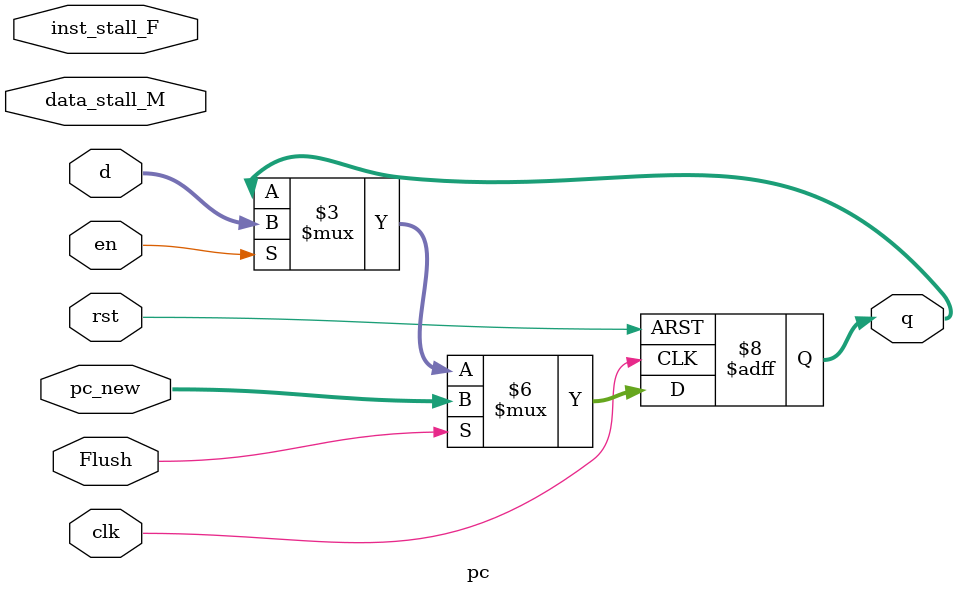
<source format=v>
`timescale 1ns / 1ps


module pc #(parameter WIDTH = 8)(
	input wire clk,rst,en,Flush,inst_stall_F,data_stall_M,
	input wire[WIDTH-1:0] pc_new, d,
	output reg[WIDTH-1:0] q
);
	always @(posedge clk, posedge rst) begin
		if(rst) begin
			q <= 32'hbfc00000;
		end else if (Flush) begin
			q <= pc_new;
		end else if(en) begin
			q <= d;
		end else begin
			q <= q;
		end
	end
endmodule
</source>
